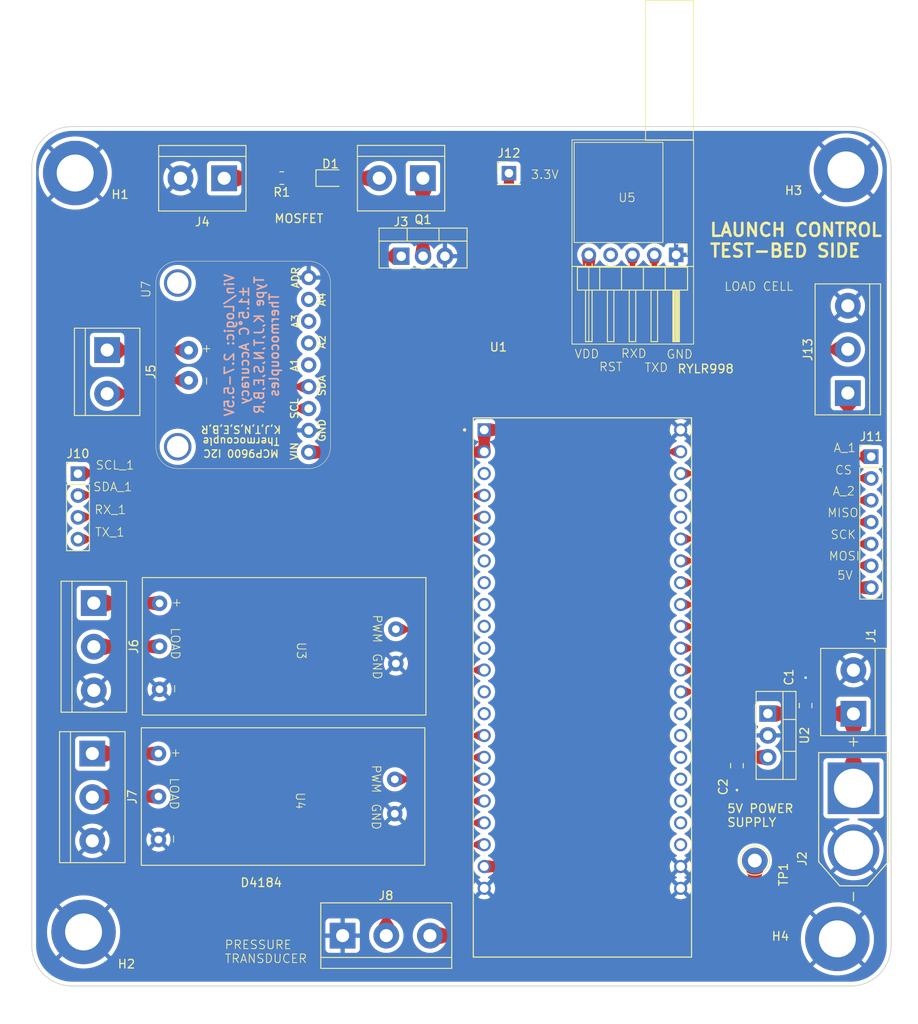
<source format=kicad_pcb>
(kicad_pcb (version 20240108) (generator "pcbnew") (generator_version "8.0")
  (layers (0 "F.Cu" signal) (31 "B.Cu" signal) (34 "B.Paste" user) (35 "F.Paste" user) (36 "B.SilkS" user "B.Silkscreen") (37 "F.SilkS" user "F.Silkscreen") (38 "B.Mask" user) (39 "F.Mask" user) (44 "Edge.Cuts" user))
  (net 0 "")
  (net 1 "MOS_IGN")
  (net 2 "Net-(J3-Pin_1)")
  (net 3 "GND")
  (net 4 "VI")
  (net 5 "5V")
  (net 6 "3.3V")
  (net 7 "SDA")
  (net 10 "SCL")
  (net 13 "Net-(D1-K)")
  (net 14 "Net-(D1-A)")
  (net 15 "Net-(J4-Pin_1)")
  (net 16 "LOAD -VE")
  (net 17 "LOAD +VE & BATTERY")
  (net 18 "PT")
  (net 19 "TX")
  (net 20 "PWM2")
  (net 27 "RX")
  (net 30 "PWM1")
  (net 35 "LOAD -VE_2")
  (net 36 "LOAD +VE & BATTERY_2")
  (net 38 "unconnected-(U1-GPIO3-PadJ1_13)")
  (net 39 "-")
  (net 40 "+")
  (net 45 "SCK")
  (net 46 "MOSI")
  (net 47 "MISO")
  (net 48 "A_2")
  (net 49 "CS")
  (net 50 "A_1")
  (net 51 "TX_1")
  (net 52 "RX_1")
  (net 53 "SDA_1")
  (net 54 "SCL_1")
  (net 55 "TX_LC")
  (net 56 "RX_LC")
  (footprint "Capacitor_SMD:C_0805_2012Metric" (layer "F.Cu") (at 182.528122 105.310726 -90)
    (property "Reference" "C1" (at -3.303493 1.936716 90) (layer "F.SilkS"))
    (property "Value" "330nF")
    (pad "1" smd roundrect (at -0.95 0 270) (size 1 1.45) (layers "F.Cu" "F.Paste" "F.Mask") (net 3 "GND"))
    (pad "2" smd roundrect (at 0.95 0 270) (size 1 1.45) (layers "F.Cu" "F.Paste" "F.Mask") (net 4 "VI"))
  )
  (footprint "TerminalBlock:TerminalBlock_bornier-3_P5.08mm" (layer "F.Cu") (at 128.648436 132.08)
    (property "Reference" "J8" (at 5.05 -4.65 360) (layer "F.SilkS"))
    (property "Value" "Screw_Terminal_01x03")
    (pad "1" thru_hole rect (at 0 0) (size 3 3) (drill 1.52) (layers "*.Cu" "*.Mask") (net 3 "GND"))
    (pad "2" thru_hole circle (at 5.08 0) (size 3 3) (drill 1.52) (layers "*.Cu" "*.Mask") (net 18 "PT"))
    (pad "3" thru_hole circle (at 10.16 0) (size 3 3) (drill 1.52) (layers "*.Cu" "*.Mask") (net 5 "5V"))
  )
  (footprint "TerminalBlock:TerminalBlock_bornier-2_P5.08mm" (layer "F.Cu") (at 188.089514 106.275625 90)
    (property "Reference" "J1" (at 9.080944 2.043322 90) (layer "F.SilkS"))
    (property "Value" "Screw_Terminal_01x02")
    (pad "1" thru_hole rect (at 0 0 90) (size 3 3) (drill 1.52) (layers "*.Cu" "*.Mask") (net 4 "VI"))
    (pad "2" thru_hole circle (at 5.08 0 90) (size 3 3) (drill 1.52) (layers "*.Cu" "*.Mask") (net 3 "GND"))
  )
  (footprint "launchcontrol:D4184" (layer "F.Cu") (at 123.217335 116.395852 -90)
    (property "Reference" "U4" (at 0 -0.5 -90) (layer "F.SilkS") (effects (font (thickness 0.1))))
    (property "Value" "~")
    (fp_text user "GND" (at 0.25 -8.75 -90) (layer "F.SilkS") (effects (font (thickness 0.1)) (justify left bottom)))
    (fp_text user "-" (at 3.75 14.75 -90) (layer "F.SilkS") (effects (font (thickness 0.1)) (justify left bottom)))
    (fp_text user "PWM" (at -4.25 -8.75 -90) (layer "F.SilkS") (effects (font (thickness 0.1)) (justify left bottom)))
    (fp_text user "LOAD" (at -2.75 14.75 -90) (layer "F.SilkS") (effects (font (thickness 0.1)) (justify left bottom)))
    (fp_text user "+" (at -6.25 14.5 -90) (layer "F.SilkS") (effects (font (thickness 0.1)) (justify left bottom)))
    (pad "1" thru_hole circle (at 1.5 -11.5 180) (size 1.8 1.8) (drill 0.9) (layers "*.Cu" "*.Mask") (net 3 "GND"))
    (pad "2" thru_hole circle (at -2.5 -11.5 180) (size 1.8 1.8) (drill 0.9) (layers "*.Cu" "*.Mask") (net 20 "PWM2"))
    (pad "3" thru_hole circle (at 4.5 16 180) (size 1.8 1.8) (drill 0.9) (layers "*.Cu" "*.Mask") (net 3 "GND"))
    (pad "4" thru_hole circle (at -0.5 16 180) (size 1.8 1.8) (drill 0.9) (layers "*.Cu" "*.Mask") (net 35 "LOAD -VE_2"))
    (pad "5" thru_hole circle (at -5.5 16 180) (size 1.8 1.8) (drill 0.9) (layers "*.Cu" "*.Mask") (net 36 "LOAD +VE & BATTERY_2"))
  )
  (footprint "launchcontrol:MCP9600" (layer "F.Cu") (at 98.074485 64.982884 90)
    (property "Reference" "U7" (at 8.103331 7.695574 90) (layer "F.SilkS") (effects (font (thickness 0.1))))
    (property "Value" "~")
    (fp_text user "Vin/Logic: 2.7-5.5V\n±1.5°C Accuracy\nType K,J,T,N,S,E,B,R\nThermocouples" (at 1.6069 20 90) (layer "B.SilkS") (effects (font (size 1.0795 1.0795) (thickness 0.1905)) (justify mirror)))
    (fp_text user "" (at -8.439 18.8766 180) (layer "F.SilkS") (effects (font (size 0.89408 0.89408) (thickness 0.12192))))
    (fp_text user "A3" (at 4.388 25.0996 90) (layer "F.SilkS") (effects (font (size 0.8636 0.8636) (thickness 0.1524))))
    (fp_text user "SDA" (at -3.105 28.1476 90) (layer "F.SilkS") (effects (font (size 0.8636 0.8636) (thickness 0.1524))))
    (fp_text user "ADR" (at 9.468 25.0996 90) (layer "F.SilkS") (effects (font (size 0.8636 0.8636) (thickness 0.1524))))
    (fp_text user "SCL" (at -5.772 24.9726 90) (layer "F.SilkS") (effects (font (size 0.8636 0.8636) (thickness 0.1524))))
    (fp_text user "GND" (at -8.312 28.1476 90) (layer "F.SilkS") (effects (font (size 0.8636 0.8636) (thickness 0.1524))))
    (fp_text user "VIN" (at -10.725 24.9726 90) (layer "F.SilkS") (effects (font (size 0.8636 0.8636) (thickness 0.1524))))
    (fp_text user "A4" (at 6.928 28.1476 90) (layer "F.SilkS") (effects (font (size 0.8636 0.8636) (thickness 0.1524))))
    (fp_text user "+" (at 0.5 15.25 90) (layer "F.SilkS") (effects (font (thickness 0.1)) (justify left bottom)))
    (fp_text user "A2" (at 1.975 28.1476 90) (layer "F.SilkS") (effects (font (size 0.8636 0.8636) (thickness 0.1524))))
    (fp_text user "-" (at -3.25 15.25 90) (layer "F.SilkS") (effects (font (thickness 0.1)) (justify left bottom)))
    (fp_text user "A1" (at -0.692 24.9726 90) (layer "F.SilkS") (effects (font (size 0.8636 0.8636) (thickness 0.1524))))
    (fp_text user "MCP9600 I2C\nThermocouple\nK,J,T,N,S,E,B,R" (at -9.582 18.7496 180) (layer "F.SilkS") (effects (font (size 0.8636 0.8636) (thickness 0.1524))))
    (pad "1" thru_hole circle (at 9.468 26.6236) (size 1.778 1.778) (drill 1) (layers "*.Cu" "*.Mask") (net 3 "GND"))
    (pad "2" thru_hole circle (at 6.928 26.6236) (size 1.778 1.778) (drill 1) (layers "*.Cu" "*.Mask"))
    (pad "3" thru_hole circle (at 4.388 26.6236) (size 1.778 1.778) (drill 1) (layers "*.Cu" "*.Mask"))
    (pad "4" thru_hole circle (at 1.848 26.6236) (size 1.778 1.778) (drill 1) (layers "*.Cu" "*.Mask"))
    (pad "5" thru_hole circle (at -0.692 26.6236) (size 1.778 1.778) (drill 1) (layers "*.Cu" "*.Mask"))
    (pad "6" thru_hole circle (at -3.232 26.6236) (size 1.778 1.778) (drill 1) (layers "*.Cu" "*.Mask") (net 7 "SDA"))
    (pad "7" thru_hole circle (at -5.772 26.6236) (size 1.778 1.778) (drill 1) (layers "*.Cu" "*.Mask") (net 10 "SCL"))
    (pad "8" thru_hole circle (at -8.312 26.6236) (size 1.778 1.778) (drill 1) (layers "*.Cu" "*.Mask") (net 3 "GND"))
    (pad "9" thru_hole circle (at -10.852 26.6236) (size 1.778 1.778) (drill 1) (layers "*.Cu" "*.Mask") (net 6 "3.3V"))
    (pad "10" thru_hole circle (at -2.492 12.6536 270) (size 2.1844 2.1844) (drill 1) (layers "*.Cu" "*.Mask") (net 39 "-"))
    (pad "11" thru_hole circle (at 1.008 12.6536 270) (size 2.1844 2.1844) (drill 1) (layers "*.Cu" "*.Mask") (net 40 "+"))
    (pad "P$1" thru_hole circle (at -10.217 11.3836 270) (size 3.2 3.2) (drill 2.5) (layers "*.Cu" "*.Mask"))
    (pad "P$1" thru_hole circle (at 8.833 11.3836 270) (size 3.2 3.2) (drill 2.5) (layers "*.Cu" "*.Mask"))
  )
  (footprint "MountingHole:MountingHole_4.3mm_M4_DIN965_Pad" (layer "F.Cu") (at 97.525 43.35)
    (property "Reference" "H1" (at 5.225 2.5 0) (layer "F.SilkS"))
    (property "Value" "MountingHole_Pad")
    (pad "1" thru_hole circle (at 0 0) (size 7.5 7.5) (drill 4.3) (layers "*.Cu" "*.Mask") (net 3 "GND"))
  )
  (footprint "Resistor_SMD:R_0805_2012Metric" (layer "F.Cu") (at 121.57 43.94 180)
    (property "Reference" "R1" (at 0 -1.65 360) (layer "F.SilkS"))
    (property "Value" "330")
    (pad "1" smd roundrect (at -0.9125 0 180) (size 1.025 1.4) (layers "F.Cu" "F.Paste" "F.Mask") (roundrect_rratio 0.243902) (net 13 "Net-(D1-K)"))
    (pad "2" smd roundrect (at 0.9125 0 180) (size 1.025 1.4) (layers "F.Cu" "F.Paste" "F.Mask") (roundrect_rratio 0.243902) (net 15 "Net-(J4-Pin_1)"))
  )
  (footprint "Connector_PinHeader_2.54mm:PinHeader_1x01_P2.54mm_Vertical" (layer "F.Cu") (at 148.001922 43.369983)
    (property "Reference" "J12" (at 0 -2.33 0) (layer "F.SilkS"))
    (property "Value" "Conn_01x01_Pin")
    (fp_text user "3.3V" (at 2.5 0.75 0) (layer "F.SilkS") (effects (font (thickness 0.1)) (justify left bottom)))
    (pad "1" thru_hole rect (at 0 0) (size 1.7 1.7) (drill 1) (layers "*.Cu" "*.Mask") (net 6 "3.3V"))
  )
  (footprint "Package_TO_SOT_THT:TO-220-3_Vertical" (layer "F.Cu") (at 178.137255 106.245117 -90)
    (property "Reference" "U2" (at 2.54 -4.27 90) (layer "F.SilkS"))
    (property "Value" "LM7805_TO220")
    (pad "1" thru_hole rect (at 0 0 270) (size 1.905 2) (drill 1.1) (layers "*.Cu" "*.Mask") (net 4 "VI"))
    (pad "2" thru_hole oval (at 2.54 0 270) (size 1.905 2) (drill 1.1) (layers "*.Cu" "*.Mask") (net 3 "GND"))
    (pad "3" thru_hole oval (at 5.08 0 270) (size 1.905 2) (drill 1.1) (layers "*.Cu" "*.Mask") (net 5 "5V"))
  )
  (footprint "LED_SMD:LED_0805_2012Metric" (layer "F.Cu") (at 127.23 43.94)
    (property "Reference" "D1" (at 0 -1.65 360) (layer "F.SilkS"))
    (property "Value" "LED")
    (pad "1" smd roundrect (at -0.9375 0) (size 0.975 1.4) (layers "F.Cu" "F.Paste" "F.Mask") (net 13 "Net-(D1-K)"))
    (pad "2" smd roundrect (at 0.9375 0) (size 0.975 1.4) (layers "F.Cu" "F.Paste" "F.Mask") (net 14 "Net-(D1-A)"))
  )
  (footprint "Package_TO_SOT_THT:TO-220-3_Vertical" (layer "F.Cu") (at 135.470094 53.031497)
    (property "Reference" "Q1" (at 2.54 -4.27 360) (layer "F.SilkS"))
    (property "Value" "IRLB8721PBF")
    (pad "1" thru_hole rect (at 0 0) (size 1.905 2) (drill 1.1) (layers "*.Cu" "*.Mask") (net 1 "MOS_IGN"))
    (pad "2" thru_hole oval (at 2.54 0) (size 1.905 2) (drill 1.1) (layers "*.Cu" "*.Mask") (net 2 "Net-(J3-Pin_1)"))
    (pad "3" thru_hole oval (at 5.08 0) (size 1.905 2) (drill 1.1) (layers "*.Cu" "*.Mask") (net 3 "GND"))
  )
  (footprint "TerminalBlock:TerminalBlock_bornier-2_P5.08mm" (layer "F.Cu") (at 114.86 43.96 180)
    (property "Reference" "J4" (at 2.54 -5.08 360) (layer "F.SilkS"))
    (property "Value" "Screw_Terminal_01x02")
    (pad "1" thru_hole rect (at 0 0 180) (size 3 3) (drill 1.52) (layers "*.Cu" "*.Mask") (net 15 "Net-(J4-Pin_1)"))
    (pad "2" thru_hole circle (at 5.08 0 180) (size 3 3) (drill 1.52) (layers "*.Cu" "*.Mask") (net 3 "GND"))
  )
  (footprint "TerminalBlock:TerminalBlock_bornier-3_P5.08mm" (layer "F.Cu") (at 99.692335 93.385852 -90)
    (property "Reference" "J6" (at 5.05 -4.65 90) (layer "F.SilkS"))
    (property "Value" "Screw_Terminal_01x03")
    (pad "1" thru_hole rect (at 0 0 270) (size 3 3) (drill 1.52) (layers "*.Cu" "*.Mask") (net 17 "LOAD +VE & BATTERY"))
    (pad "2" thru_hole circle (at 5.08 0 270) (size 3 3) (drill 1.52) (layers "*.Cu" "*.Mask") (net 16 "LOAD -VE"))
    (pad "3" thru_hole circle (at 10.16 0 270) (size 3 3) (drill 1.52) (layers "*.Cu" "*.Mask") (net 3 "GND"))
  )
  (footprint "MountingHole:MountingHole_4.3mm_M4_DIN965_Pad" (layer "F.Cu") (at 186.224459 132.459049)
    (property "Reference" "H4" (at -6.627408 -0.306241 0) (layer "F.SilkS"))
    (property "Value" "MountingHole_Pad")
    (pad "1" thru_hole circle (at 0 0) (size 7.5 7.5) (drill 4.3) (layers "*.Cu" "*.Mask") (net 3 "GND"))
  )
  (footprint "TerminalBlock:TerminalBlock_bornier-3_P5.08mm" (layer "F.Cu") (at 99.517335 110.890852 -90)
    (property "Reference" "J7" (at 5.05 -4.65 90) (layer "F.SilkS"))
    (property "Value" "Screw_Terminal_01x03")
    (pad "1" thru_hole rect (at 0 0 270) (size 3 3) (drill 1.52) (layers "*.Cu" "*.Mask") (net 36 "LOAD +VE & BATTERY_2"))
    (pad "2" thru_hole circle (at 5.08 0 270) (size 3 3) (drill 1.52) (layers "*.Cu" "*.Mask") (net 35 "LOAD -VE_2"))
    (pad "3" thru_hole circle (at 10.16 0 270) (size 3 3) (drill 1.52) (layers "*.Cu" "*.Mask") (net 3 "GND"))
  )
  (footprint "launchcontrol:XCVR_ESP32-S3-DEVKITC-1-N8R2" (layer "F.Cu") (at 156.55502 103.208634)
    (property "Reference" "U1" (at -9.775 -39.605 360) (layer "F.SilkS"))
    (property "Value" "ESP32-S3-DEVKITC-1-N8R2")
    (pad "J1_1" thru_hole rect (at -11.43 -29.97) (size 1.53 1.53) (drill 1.02) (layers "*.Cu" "*.Mask") (net 6 "3.3V"))
    (pad "J1_2" thru_hole circle (at -11.43 -27.43) (size 1.53 1.53) (drill 1.02) (layers "*.Cu" "*.Mask") (net 6 "3.3V"))
    (pad "J1_3" thru_hole circle (at -11.43 -24.89) (size 1.53 1.53) (drill 1.02) (layers "*.Cu" "*.Mask"))
    (pad "J1_4" thru_hole circle (at -11.43 -22.35) (size 1.53 1.53) (drill 1.02) (layers "*.Cu" "*.Mask") (net 10 "SCL"))
    (pad "J1_5" thru_hole circle (at -11.43 -19.81) (size 1.53 1.53) (drill 1.02) (layers "*.Cu" "*.Mask") (net 7 "SDA"))
    (pad "J1_6" thru_hole circle (at -11.43 -17.27) (size 1.53 1.53) (drill 1.02) (layers "*.Cu" "*.Mask") (net 1 "MOS_IGN"))
    (pad "J1_7" thru_hole circle (at -11.43 -14.73) (size 1.53 1.53) (drill 1.02) (layers "*.Cu" "*.Mask"))
    (pad "J1_8" thru_hole circle (at -11.43 -12.19) (size 1.53 1.53) (drill 1.02) (layers "*.Cu" "*.Mask"))
    (pad "J1_9" thru_hole circle (at -11.43 -9.65) (size 1.53 1.53) (drill 1.02) (layers "*.Cu" "*.Mask"))
    (pad "J1_10" thru_hole circle (at -11.43 -7.11) (size 1.53 1.53) (drill 1.02) (layers "*.Cu" "*.Mask"))
    (pad "J1_11" thru_hole circle (at -11.43 -4.57) (size 1.53 1.53) (drill 1.02) (layers "*.Cu" "*.Mask"))
    (pad "J1_12" thru_hole circle (at -11.43 -2.03) (size 1.53 1.53) (drill 1.02) (layers "*.Cu" "*.Mask") (net 54 "SCL_1"))
    (pad "J1_13" thru_hole circle (at -11.43 0.51) (size 1.53 1.53) (drill 1.02) (layers "*.Cu" "*.Mask") (net 38 "unconnected-(U1-GPIO3-PadJ1_13)"))
    (pad "J1_14" thru_hole circle (at -11.43 3.05) (size 1.53 1.53) (drill 1.02) (layers "*.Cu" "*.Mask"))
    (pad "J1_15" thru_hole circle (at -11.43 5.59) (size 1.53 1.53) (drill 1.02) (layers "*.Cu" "*.Mask") (net 53 "SDA_1"))
    (pad "J1_16" thru_hole circle (at -11.43 8.13) (size 1.53 1.53) (drill 1.02) (layers "*.Cu" "*.Mask") (net 52 "RX_1"))
    (pad "J1_17" thru_hole circle (at -11.43 10.67) (size 1.53 1.53) (drill 1.02) (layers "*.Cu" "*.Mask") (net 51 "TX_1"))
    (pad "J1_18" thru_hole circle (at -11.43 13.21) (size 1.53 1.53) (drill 1.02) (layers "*.Cu" "*.Mask") (net 30 "PWM1"))
    (pad "J1_19" thru_hole circle (at -11.43 15.75) (size 1.53 1.53) (drill 1.02) (layers "*.Cu" "*.Mask") (net 20 "PWM2"))
    (pad "J1_20" thru_hole circle (at -11.43 18.29) (size 1.53 1.53) (drill 1.02) (layers "*.Cu" "*.Mask") (net 18 "PT"))
    (pad "J1_21" thru_hole circle (at -11.43 20.83) (size 1.53 1.53) (drill 1.02) (layers "*.Cu" "*.Mask") (net 5 "5V"))
    (pad "J1_22" thru_hole circle (at -11.43 23.37) (size 1.53 1.53) (drill 1.02) (layers "*.Cu" "*.Mask") (net 3 "GND"))
    (pad "J3_1" thru_hole circle (at 11.43 -29.97) (size 1.53 1.53) (drill 1.02) (layers "*.Cu" "*.Mask") (net 3 "GND"))
    (pad "J3_2" thru_hole circle (at 11.43 -27.43) (size 1.53 1.53) (drill 1.02) (layers "*.Cu" "*.Mask") (net 27 "RX"))
    (pad "J3_3" thru_hole circle (at 11.43 -24.89) (size 1.53 1.53) (drill 1.02) (layers "*.Cu" "*.Mask") (net 19 "TX"))
    (pad "J3_4" thru_hole circle (at 11.43 -22.35) (size 1.53 1.53) (drill 1.02) (layers "*.Cu" "*.Mask"))
    (pad "J3_5" thru_hole circle (at 11.43 -19.81) (size 1.53 1.53) (drill 1.02) (layers "*.Cu" "*.Mask"))
    (pad "J3_6" thru_hole circle (at 11.43 -17.27) (size 1.53 1.53) (drill 1.02) (layers "*.Cu" "*.Mask") (net 55 "TX_LC"))
    (pad "J3_7" thru_hole circle (at 11.43 -14.73) (size 1.53 1.53) (drill 1.02) (layers "*.Cu" "*.Mask") (net 56 "RX_LC"))
    (pad "J3_8" thru_hole circle (at 11.43 -12.19) (size 1.53 1.53) (drill 1.02) (layers "*.Cu" "*.Mask") (net 50 "A_1"))
    (pad "J3_9" thru_hole circle (at 11.43 -9.65) (size 1.53 1.53) (drill 1.02) (layers "*.Cu" "*.Mask") (net 49 "CS"))
    (pad "J3_10" thru_hole circle (at 11.43 -7.11) (size 1.53 1.53) (drill 1.02) (layers "*.Cu" "*.Mask") (net 48 "A_2"))
    (pad "J3_11" thru_hole circle (at 11.43 -4.57) (size 1.53 1.53) (drill 1.02) (layers "*.Cu" "*.Mask") (net 47 "MISO"))
    (pad "J3_12" thru_hole circle (at 11.43 -2.03) (size 1.53 1.53) (drill 1.02) (layers "*.Cu" "*.Mask") (net 45 "SCK"))
    (pad "J3_13" thru_hole circle (at 11.43 0.51) (size 1.53 1.53) (drill 1.02) (layers "*.Cu" "*.Mask") (net 46 "MOSI"))
    (pad "J3_14" thru_hole circle (at 11.43 3.05) (size 1.53 1.53) (drill 1.02) (layers "*.Cu" "*.Mask"))
    (pad "J3_15" thru_hole circle (at 11.43 5.59) (size 1.53 1.53) (drill 1.02) (layers "*.Cu" "*.Mask"))
    (pad "J3_16" thru_hole circle (at 11.43 8.13) (size 1.53 1.53) (drill 1.02) (layers "*.Cu" "*.Mask"))
    (pad "J3_17" thru_hole circle (at 11.43 10.67) (size 1.53 1.53) (drill 1.02) (layers "*.Cu" "*.Mask"))
    (pad "J3_18" thru_hole circle (at 11.43 13.21) (size 1.53 1.53) (drill 1.02) (layers "*.Cu" "*.Mask"))
    (pad "J3_19" thru_hole circle (at 11.43 15.75) (size 1.53 1.53) (drill 1.02) (layers "*.Cu" "*.Mask"))
    (pad "J3_20" thru_hole circle (at 11.43 18.29) (size 1.53 1.53) (drill 1.02) (layers "*.Cu" "*.Mask"))
    (pad "J3_21" thru_hole circle (at 11.43 20.83) (size 1.53 1.53) (drill 1.02) (layers "*.Cu" "*.Mask") (net 3 "GND"))
    (pad "J3_22" thru_hole circle (at 11.43 23.37) (size 1.53 1.53) (drill 1.02) (layers "*.Cu" "*.Mask") (net 3 "GND"))
  )
  (footprint "launchcontrol:AMASS_XT60-M" (layer "F.Cu") (at 188.099498 118.537372 -90)
    (property "Reference" "J2" (at 4.585756 5.970714 90) (layer "F.SilkS"))
    (property "Value" "XT60-M")
    (pad "N" thru_hole circle (at 3.6 0 270) (size 6 6) (drill 4.55) (layers "*.Cu" "*.Mask") (net 3 "GND"))
    (pad "P" thru_hole rect (at -3.6 0 270) (size 6 6) (drill 4.55) (layers "*.Cu" "*.Mask") (net 4 "VI"))
  )
  (footprint "TerminalBlock:TerminalBlock_bornier-3_P5.08mm" (layer "F.Cu") (at 187.442107 68.953074 90)
    (property "Reference" "J13" (at 5.05 -4.65 90) (layer "F.SilkS"))
    (property "Value" "Screw_Terminal_01x03")
    (pad "1" thru_hole rect (at 0 0 90) (size 3 3) (drill 1.52) (layers "*.Cu" "*.Mask") (net 56 "RX_LC"))
    (pad "2" thru_hole circle (at 5.08 0 90) (size 3 3) (drill 1.52) (layers "*.Cu" "*.Mask") (net 55 "TX_LC"))
    (pad "3" thru_hole circle (at 10.16 0 90) (size 3 3) (drill 1.52) (layers "*.Cu" "*.Mask") (net 3 "GND"))
  )
  (footprint "launchcontrol:D4184" (layer "F.Cu") (at 123.342335 98.920852 -90)
    (property "Reference" "U3" (at 0 -0.5 -90) (layer "F.SilkS") (effects (font (thickness 0.1))))
    (property "Value" "~")
    (fp_text user "PWM" (at -4.25 -8.75 -90) (layer "F.SilkS") (effects (font (thickness 0.1)) (justify left bottom)))
    (fp_text user "-" (at 3.75 14.75 -90) (layer "F.SilkS") (effects (font (thickness 0.1)) (justify left bottom)))
    (fp_text user "+" (at -6.25 14.5 -90) (layer "F.SilkS") (effects (font (thickness 0.1)) (justify left bottom)))
    (fp_text user "LOAD" (at -2.75 14.75 -90) (layer "F.SilkS") (effects (font (thickness 0.1)) (justify left bottom)))
    (fp_text user "GND" (at 0.25 -8.75 -90) (layer "F.SilkS") (effects (font (thickness 0.1)) (justify left bottom)))
    (pad "1" thru_hole circle (at 1.5 -11.5 180) (size 1.8 1.8) (drill 0.9) (layers "*.Cu" "*.Mask") (net 3 "GND"))
    (pad "2" thru_hole circle (at -2.5 -11.5 180) (size 1.8 1.8) (drill 0.9) (layers "*.Cu" "*.Mask") (net 30 "PWM1"))
    (pad "3" thru_hole circle (at 4.5 16 180) (size 1.8 1.8) (drill 0.9) (layers "*.Cu" "*.Mask") (net 3 "GND"))
    (pad "4" thru_hole circle (at -0.5 16 180) (size 1.8 1.8) (drill 0.9) (layers "*.Cu" "*.Mask") (net 16 "LOAD -VE"))
    (pad "5" thru_hole circle (at -5.5 16 180) (size 1.8 1.8) (drill 0.9) (layers "*.Cu" "*.Mask") (net 17 "LOAD +VE & BATTERY"))
  )
  (footprint "Connector_PinHeader_2.54mm:PinHeader_1x04_P2.54mm_Vertical" (layer "F.Cu") (at 97.848272 78.335519)
    (property "Reference" "J10" (at 0 -2.33 0) (layer "F.SilkS"))
    (property "Value" "Conn_01x04_Pin")
    (fp_text user "SCL_1" (at 2.000887 -0.408458 0) (layer "F.SilkS") (effects (font (thickness 0.1)) (justify left bottom)))
    (fp_text user "TX_1" (at 1.929548 7.391286 0) (layer "F.SilkS") (effects (font (thickness 0.1)) (justify left bottom)))
    (fp_text user "RX_1" (at 1.858208 4.775518 0) (layer "F.SilkS") (effects (font (thickness 0.1)) (justify left bottom)))
    (fp_text user "SDA_1" (at 1.71553 2.112191 0) (layer "F.SilkS") (effects (font (thickness 0.1)) (justify left bottom)))
    (pad "1" thru_hole rect (at 0 0) (size 1.7 1.7) (drill 1) (layers "*.Cu" "*.Mask") (net 54 "SCL_1"))
    (pad "2" thru_hole oval (at 0 2.54) (size 1.7 1.7) (drill 1) (layers "*.Cu" "*.Mask") (net 53 "SDA_1"))
    (pad "3" thru_hole oval (at 0 5.08) (size 1.7 1.7) (drill 1) (layers "*.Cu" "*.Mask") (net 52 "RX_1"))
    (pad "4" thru_hole oval (at 0 7.62) (size 1.7 1.7) (drill 1) (layers "*.Cu" "*.Mask") (net 51 "TX_1"))
  )
  (footprint "Capacitor_SMD:C_0805_2012Metric" (layer "F.Cu") (at 174.533944 112.301743 90)
    (property "Reference" "C2" (at -2.469422 -1.599927 90) (layer "F.SilkS"))
    (property "Value" "100nF")
    (pad "1" smd roundrect (at -0.95 0 90) (size 1 1.45) (layers "F.Cu" "F.Paste" "F.Mask") (net 3 "GND"))
    (pad "2" smd roundrect (at 0.95 0 90) (size 1 1.45) (layers "F.Cu" "F.Paste" "F.Mask") (net 5 "5V"))
  )
  (footprint "launchcontrol:RYLR998" (layer "F.Cu") (at 161.74004 43.759534)
    (property "Reference" "U5" (at 0 2.46 0) (layer "F.SilkS") (effects (font (thickness 0.1))))
    (property "Value" "~")
    (fp_text user "GND" (at 4.54 21.26 0) (layer "F.SilkS") (effects (font (thickness 0.1)) (justify left bottom)))
    (fp_text user "VDD" (at -6.16 21.22 0) (layer "F.SilkS") (effects (font (thickness 0.1)) (justify left bottom)))
    (fp_text user "RST" (at -3.3 22.73 0) (layer "F.SilkS") (effects (font (thickness 0.1)) (justify left bottom)))
    (fp_text user "TXD" (at 1.99 22.81 0) (layer "F.SilkS") (effects (font (thickness 0.1)) (justify left bottom)))
    (fp_text user "RXD" (at -0.75 21.18 0) (layer "F.SilkS") (effects (font (thickness 0.1)) (justify left bottom)))
    (pad "1" thru_hole oval (at -4.44 9.11 270) (size 1.7 1.7) (drill 1) (layers "*.Cu" "*.Mask") (net 6 "3.3V"))
    (pad "2" thru_hole oval (at -1.9 9.11 270) (size 1.7 1.7) (drill 1) (layers "*.Cu" "*.Mask"))
    (pad "3" thru_hole oval (at 0.64 9.11 270) (size 1.7 1.7) (drill 1) (layers "*.Cu" "*.Mask") (net 27 "RX"))
    (pad "4" thru_hole oval (at 3.18 9.11 270) (size 1.7 1.7) (drill 1) (layers "*.Cu" "*.Mask") (net 19 "TX"))
    (pad "5" thru_hole rect (at 5.72 9.11 270) (size 1.7 1.7) (drill 1) (layers "*.Cu" "*.Mask") (net 3 "GND"))
  )
  (footprint "MountingHole:MountingHole_4.3mm_M4_DIN965_Pad" (layer "F.Cu") (at 187.227021 42.990475)
    (property "Reference" "H3" (at -6.1 2.4 0) (layer "F.SilkS"))
    (property "Value" "MountingHole_Pad")
    (pad "1" thru_hole circle (at 0 0) (size 7.5 7.5) (drill 4.3) (layers "*.Cu" "*.Mask") (net 3 "GND"))
  )
  (footprint "TerminalBlock:TerminalBlock_bornier-2_P5.08mm" (layer "F.Cu") (at 137.99 43.95 180)
    (property "Reference" "J3" (at 2.54 -5.08 360) (layer "F.SilkS"))
    (property "Value" "Screw_Terminal_01x02")
    (pad "1" thru_hole rect (at 0 0 180) (size 3 3) (drill 1.52) (layers "*.Cu" "*.Mask") (net 2 "Net-(J3-Pin_1)"))
    (pad "2" thru_hole circle (at 5.08 0 180) (size 3 3) (drill 1.52) (layers "*.Cu" "*.Mask") (net 14 "Net-(D1-A)"))
  )
  (footprint "TestPoint:TestPoint_Loop_D2.60mm_Drill1.6mm_Beaded" (layer "F.Cu") (at 176.613972 123.345656 90)
    (property "Reference" "TP1" (at -1.618266 3.332027 90) (layer "F.SilkS"))
    (property "Value" "TestPoint")
    (pad "1" thru_hole circle (at 0 0 90) (size 3 3) (drill 1.6) (layers "*.Cu" "*.Mask") (net 5 "5V"))
  )
  (footprint "TerminalBlock:TerminalBlock_bornier-2_P5.08mm" (layer "F.Cu") (at 101.243724 63.944477 -90)
    (property "Reference" "J5" (at 2.54 -5.08 90) (layer "F.SilkS"))
    (property "Value" "Screw_Terminal_01x02")
    (pad "1" thru_hole rect (at 0 0 270) (size 3 3) (drill 1.52) (layers "*.Cu" "*.Mask") (net 40 "+"))
    (pad "2" thru_hole circle (at 5.08 0 270) (size 3 3) (drill 1.52) (layers "*.Cu" "*.Mask") (net 39 "-"))
  )
  (footprint "MountingHole:MountingHole_4.3mm_M4_DIN965_Pad" (layer "F.Cu") (at 98.499798 131.650301)
    (property "Reference" "H2" (at 4.992493 3.739539 0) (layer "F.SilkS"))
    (property "Value" "MountingHole_Pad")
    (pad "1" thru_hole circle (at 0 0) (size 7.5 7.5) (drill 4.3) (layers "*.Cu" "*.Mask") (net 3 "GND"))
  )
  (footprint "Connector_PinHeader_2.54mm:PinHeader_1x07_P2.54mm_Vertical" (layer "F.Cu") (at 190.158885 76.351589)
    (property "Reference" "J11" (at 0 -2.33 0) (layer "F.SilkS"))
    (property "Value" "Conn_01x07_Pin")
    (fp_text user "MISO" (at -5.162491 7.116144 0) (layer "F.SilkS") (effects (font (thickness 0.1)) (justify left bottom)))
    (fp_text user "5V" (at -4.01512 14.395767 0) (layer "F.SilkS") (effects (font (thickness 0.1)) (justify left bottom)))
    (fp_text user "A_1" (at -4.42532 -0.452799 0) (layer "F.SilkS") (effects (font (thickness 0.1)) (justify left bottom)))
    (fp_text user "MOSI" (at -4.996033 12.148584 0) (layer "F.SilkS") (effects (font (thickness 0.1)) (justify left bottom)))
    (fp_text user "A_2" (at -4.544219 4.595495 0) (layer "F.SilkS") (effects (font (thickness 0.1)) (justify left bottom)))
    (fp_text user "CS" (at -4.258863 2.146185 0) (layer "F.SilkS") (effects (font (thickness 0.1)) (justify left bottom)))
    (fp_text user "SCK" (at -4.789943 9.659641 0) (layer "F.SilkS") (effects (font (thickness 0.1)) (justify left bottom)))
    (pad "1" thru_hole rect (at 0 0) (size 1.7 1.7) (drill 1) (layers "*.Cu" "*.Mask") (net 50 "A_1"))
    (pad "2" thru_hole oval (at 0 2.54) (size 1.7 1.7) (drill 1) (layers "*.Cu" "*.Mask") (net 49 "CS"))
    (pad "3" thru_hole oval (at 0 5.08) (size 1.7 1.7) (drill 1) (layers "*.Cu" "*.Mask") (net 48 "A_2"))
    (pad "4" thru_hole oval (at 0 7.62) (size 1.7 1.7) (drill 1) (layers "*.Cu" "*.Mask") (net 47 "MISO"))
    (pad "5" thru_hole oval (at 0 10.16) (size 1.7 1.7) (drill 1) (layers "*.Cu" "*.Mask") (net 45 "SCK"))
    (pad "6" thru_hole oval (at 0 12.7) (size 1.7 1.7) (drill 1) (layers "*.Cu" "*.Mask") (net 46 "MOSI"))
    (pad "7" thru_hole oval (at 0 15.24) (size 1.7 1.7) (drill 1) (layers "*.Cu" "*.Mask") (net 5 "5V"))
  )
  (gr_line (start 97.176259 37.944173) (end 187.776259 37.944173) (stroke (width 0.1)) (layer "Edge.Cuts"))
  (gr_arc (start 97.176259 137.944173) (mid 93.852893 136.567559) (end 92.476259 133.244173) (stroke (width 0.1)) (layer "Edge.Cuts"))
  (gr_line (start 192.476259 42.644173) (end 192.476259 133.244173) (stroke (width 0.1)) (layer "Edge.Cuts"))
  (gr_arc (start 192.476259 133.244173) (mid 191.099661 136.567575) (end 187.776259 137.944173) (stroke (width 0.1)) (layer "Edge.Cuts"))
  (gr_arc (start 92.476259 42.644173) (mid 93.852857 39.320771) (end 97.176259 37.944173) (stroke (width 0.1)) (layer "Edge.Cuts"))
  (gr_line (start 92.476259 133.244173) (end 92.476259 42.644173) (stroke (width 0.1)) (layer "Edge.Cuts"))
  (gr_line (start 187.776259 137.944173) (end 97.176259 137.944173) (stroke (width 0.1)) (layer "Edge.Cuts"))
  (gr_arc (start 187.776259 37.944173) (mid 191.099697 39.320755) (end 192.476259 42.644173) (stroke (width 0.1)) (layer "Edge.Cuts"))
  (gr_text "D4184" (at 116.672046 126.500999 0) (layer "F.SilkS") (effects (font (size 1 1)) (justify left bottom)))
  (gr_text "MOSFET" (at 120.631312 49.233152 0) (layer "F.SilkS") (effects (font (size 1 1)) (justify left bottom)))
  (gr_text "RYLR998" (at 167.538702 66.72233 0) (layer "F.SilkS") (effects (font (size 1 1)) (justify left bottom)))
  (gr_text "LAUNCH CONTROL\nTEST-BED SIDE" (at 171.24166 53.264511 0) (layer "F.SilkS") (effects (font (size 1.5 1.5) (thickness 0.3) (bold yes)) (justify left bottom)))
  (gr_text "5V POWER\nSUPPLY\n" (at 173.326662 119.493551 0) (layer "F.SilkS") (effects (font (size 1 1)) (justify left bottom)))
  (gr_text "PRESSURE \nTRANSDUCER\n" (at 114.868982 135.339909 0) (layer "F.SilkS") (effects (font (size 1 1) (thickness 0.1)) (justify left bottom)))
  (gr_text "LOAD CELL\n" (at 173.008448 57.131526 0) (layer "F.SilkS") (effects (font (size 1 1) (thickness 0.1)) (justify left bottom)))
  (segment (start 139.433038 82.776234) (end 142.595438 85.938634) (width 0.2) (layer "F.Cu") (net 1))
  (segment (start 120.662854 82.776234) (end 139.433038 82.776234) (width 0.2) (layer "F.Cu") (net 1))
  (segment (start 142.595438 85.938634) (end 145.12502 85.938634) (width 0.2) (layer "F.Cu") (net 1))
  (segment (start 121.876296 53.031497) (end 118.35166 56.556133) (width 0.2) (layer "F.Cu") (net 1))
  (segment (start 135.470094 53.031497) (end 121.876296 53.031497) (width 0.2) (layer "F.Cu") (net 1))
  (segment (start 118.35166 80.46504) (end 120.662854 82.776234) (width 0.2) (layer "F.Cu") (net 1))
  (segment (start 118.35166 56.556133) (end 118.35166 80.46504) (width 0.2) (layer "F.Cu") (net 1))
  (segment (start 137.99 43.95) (end 137.99 53.011403) (width 1.2) (layer "F.Cu") (net 2))
  (segment (start 137.99 53.011403) (end 138.010094 53.031497) (width 1.2) (layer "F.Cu") (net 2))
  (segment (start 174.533944 113.251743) (end 174.533944 115.143651) (width 1.2) (layer "F.Cu") (net 3))
  (segment (start 182.528122 104.360726) (end 182.528122 102.066854) (width 1.2) (layer "F.Cu") (net 3))
  (via (at 174.533944 115.143651) (size 0.6) (drill 0.3) (layers "F.Cu" "B.Cu") (net 3))
  (via (at 182.528122 102.066854) (size 0.6) (drill 0.3) (layers "F.Cu" "B.Cu") (net 3))
  (segment (start 187.41085 114.892442) (end 187.420834 114.902426) (width 1.2) (layer "F.Cu") (net 4))
  (segment (start 188.089514 106.275625) (end 188.089514 114.927388) (width 1.2) (layer "F.Cu") (net 4))
  (segment (start 182.512513 106.245117) (end 182.528122 106.260726) (width 1.2) (layer "F.Cu") (net 4))
  (segment (start 178.137255 106.245117) (end 182.512513 106.245117) (width 1.2) (layer "F.Cu") (net 4))
  (segment (start 188.089514 106.275625) (end 182.543021 106.275625) (width 1.2) (layer "F.Cu") (net 4))
  (segment (start 169.652417 132.08) (end 151.825712 132.08) (width 1.2) (layer "F.Cu") (net 5))
  (segment (start 174.533944 111.351743) (end 172.443013 111.351743) (width 1.2) (layer "F.Cu") (net 5))
  (segment (start 172.886457 132.08) (end 169.652417 132.08) (width 1.2) (layer "F.Cu") (net 5))
  (segment (start 171.282225 130.486759) (end 171.293216 130.486759) (width 1.2) (layer "F.Cu") (net 5))
  (segment (start 150.363922 126.464956) (end 150.363922 130.642648) (width 1.2) (layer "F.Cu") (net 5))
  (segment (start 171.282225 112.512531) (end 171.282225 110.463967) (width 1.2) (layer "F.Cu") (net 5))
  (segment (start 171.282225 107.404383) (end 187.095019 91.591589) (width 1.2) (layer "F.Cu") (net 5))
  (segment (start 171.293216 130.486759) (end 172.886457 132.08) (width 1.2) (layer "F.Cu") (net 5))
  (segment (start 171.245658 130.486759) (end 169.652417 132.08) (width 1.2) (layer "F.Cu") (net 5))
  (segment (start 171.282225 110.463967) (end 171.555237 110.463967) (width 1.2) (layer "F.Cu") (net 5))
  (segment (start 150.363922 130.656519) (end 148.940441 132.08) (width 1.2) (layer "F.Cu") (net 5))
  (segment (start 171.282225 112.512531) (end 171.282225 130.486759) (width 1.2) (layer "F.Cu") (net 5))
  (segment (start 174.56057 111.325117) (end 174.533944 111.351743) (width 1.2) (layer "F.Cu") (net 5))
  (segment (start 171.282225 110.463967) (end 171.282225 107.404383) (width 1.2) (layer "F.Cu") (net 5))
  (segment (start 172.443013 111.351743) (end 171.282225 112.512531) (width 1.2) (layer "F.Cu") (net 5))
  (segment (start 151.825712 132.08) (end 150.631443 132.08) (width 1.2) (layer "F.Cu") (net 5))
  (segment (start 178.137255 111.325117) (end 174.56057 111.325117) (width 1.2) (layer "F.Cu") (net 5))
  (segment (start 150.363922 131.812479) (end 150.631443 132.08) (width 1.2) (layer "F.Cu") (net 5))
  (segment (start 150.38836 130.642648) (end 151.825712 132.08) (width 1.2) (layer "F.Cu") (net 5))
  (segment (start 150.363922 130.642648) (end 150.363922 131.812479) (width 1.2) (layer "F.Cu") (net 5))
  (segment (start 187.095019 91.591589) (end 190.158885 91.591589) (width 1.2) (layer "F.Cu") (net 5))
  (segment (start 171.555237 110.463967) (end 172.443013 111.351743) (width 1.2) (layer "F.Cu") (net 5))
  (segment (start 150.363922 130.642648) (end 150.38836 130.642648) (width 1.2) (layer "F.Cu") (net 5))
  (segment (start 145.12502 124.038634) (end 147.9376 124.038634) (width 1.2) (layer "F.Cu") (net 5))
  (segment (start 150.363922 130.642648) (end 150.363922 130.656519) (width 1.2) (layer "F.Cu") (net 5))
  (segment (start 150.631443 132.08) (end 148.940441 132.08) (width 1.2) (layer "F.Cu") (net 5))
  (segment (start 171.282225 130.486759) (end 171.282225 132.08) (width 1.2) (layer "F.Cu") (net 5))
  (segment (start 148.940441 132.08) (end 138.808436 132.08) (width 1.2) (layer "F.Cu") (net 5))
  (segment (start 176.613972 123.345656) (end 176.613972 129.574228) (width 1.2) (layer "F.Cu") (net 5))
  (segment (start 147.9376 124.038634) (end 150.363922 126.464956) (width 1.2) (layer "F.Cu") (net 5))
  (segment (start 174.1082 132.08) (end 172.886457 132.08) (width 1.2) (layer "F.Cu") (net 5))
  (segment (start 171.293216 130.486759) (end 171.245658 130.486759) (width 1.2) (layer "F.Cu") (net 5))
  (segment (start 176.613972 129.574228) (end 174.1082 132.08) (width 1.2) (layer "F.Cu") (net 5))
  (segment (start 157.30004 52.869534) (end 157.30004 66.397025) (width 1.2) (layer "F.Cu") (net 6))
  (segment (start 138.788969 71.898725) (end 138.788969 74.280286) (width 1.2) (layer "F.Cu") (net 6))
  (segment (start 138.788969 74.280286) (end 138.788969 75.754628) (width 1.2) (layer "F.Cu") (net 6))
  (segment (start 150.458431 73.238634) (end 145.12502 73.238634) (width 1.2) (layer "F.Cu") (net 6))
  (segment (start 148.001922 62.685772) (end 138.788969 71.898725) (width 1.2) (layer "F.Cu") (net 6))
  (segment (start 138.788969 74.280286) (end 138.788969 74.760281) (width 1.2) (layer "F.Cu") (net 6))
  (segment (start 137.873391 75.834884) (end 137.714366 75.834884) (width 1.2) (layer "F.Cu") (net 6))
  (segment (start 124.698085 75.834884) (end 134.708635 75.834884) (width 1.2) (layer "F.Cu") (net 6))
  (segment (start 138.788969 75.754628) (end 138.708713 75.834884) (width 1.2) (layer "F.Cu") (net 6))
  (segment (start 148.001922 43.369983) (end 148.001922 62.685772) (width 1.2) (layer "F.Cu") (net 6))
  (segment (start 157.30004 66.397025) (end 150.458431 73.238634) (width 1.2) (layer "F.Cu") (net 6))
  (segment (start 145.06877 75.834884) (end 145.12502 75.778634) (width 1.2) (layer "F.Cu") (net 6))
  (segment (start 136.731965 75.834884) (end 137.873391 75.834884) (width 1.2) (layer "F.Cu") (net 6))
  (segment (start 138.708713 75.834884) (end 140.31087 75.834884) (width 1.2) (layer "F.Cu") (net 6))
  (segment (start 134.708635 75.834884) (end 136.731965 75.834884) (width 1.2) (layer "F.Cu") (net 6))
  (segment (start 138.788969 74.760281) (end 137.714366 75.834884) (width 1.2) (layer "F.Cu") (net 6))
  (segment (start 140.31087 75.834884) (end 145.06877 75.834884) (width 1.2) (layer "F.Cu") (net 6))
  (segment (start 138.788969 74.280286) (end 138.788969 74.312983) (width 1.2) (layer "F.Cu") (net 6))
  (segment (start 145.12502 73.238634) (end 145.12502 75.778634) (width 1.2) (layer "F.Cu") (net 6))
  (segment (start 138.788969 74.312983) (end 140.31087 75.834884) (width 1.2) (layer "F.Cu") (net 6))
  (segment (start 137.873391 75.834884) (end 138.708713 75.834884) (width 1.2) (layer "F.Cu") (net 6))
  (segment (start 121.78949 80.961214) (end 139.622509 80.961214) (width 0.2) (layer "F.Cu") (net 7))
  (segment (start 124.698085 68.214884) (end 122.323075 68.214884) (width 0.2) (layer "F.Cu") (net 7))
  (segment (start 120.358637 70.179322) (end 120.358637 79.530361) (width 0.2) (layer "F.Cu") (net 7))
  (segment (start 142.059929 83.398634) (end 145.12502 83.398634) (width 0.2) (layer "F.Cu") (net 7))
  (segment (start 120.358637 79.530361) (end 121.78949 80.961214) (width 0.2) (layer "F.Cu") (net 7))
  (segment (start 122.323075 68.214884) (end 120.358637 70.179322) (width 0.2) (layer "F.Cu") (net 7))
  (segment (start 139.622509 80.961214) (end 142.059929 83.398634) (width 0.2) (layer "F.Cu") (net 7))
  (segment (start 140.172604 79.101632) (end 141.929606 80.858634) (width 0.2) (layer "F.Cu") (net 10))
  (segment (start 123.204612 79.101632) (end 140.172604 79.101632) (width 0.2) (layer "F.Cu") (net 10))
  (segment (start 121.61879 71.219228) (end 121.61879 77.51581) (width 0.2) (layer "F.Cu") (net 10))
  (segment (start 121.61879 77.51581) (end 123.204612 79.101632) (width 0.2) (layer "F.Cu") (net 10))
  (segment (start 141.929606 80.858634) (end 145.12502 80.858634) (width 0.2) (layer "F.Cu") (net 10))
  (segment (start 122.083134 70.754884) (end 121.61879 71.219228) (width 0.2) (layer "F.Cu") (net 10))
  (segment (start 124.698085 70.754884) (end 122.083134 70.754884) (width 0.2) (layer "F.Cu") (net 10))
  (segment (start 126.2925 43.94) (end 122.4825 43.94) (width 1.2) (layer "F.Cu") (net 13))
  (segment (start 128.1775 43.95) (end 128.1675 43.94) (width 0.2) (layer "F.Cu") (net 14))
  (segment (start 132.91 43.95) (end 128.1775 43.95) (width 1.2) (layer "F.Cu") (net 14))
  (segment (start 114.88 43.94) (end 114.86 43.96) (width 0.2) (layer "F.Cu") (net 15))
  (segment (start 120.6575 43.94) (end 114.88 43.94) (width 1.2) (layer "F.Cu") (net 15))
  (segment (start 99.692335 98.465852) (end 107.297335 98.465852) (width 1.2) (layer "F.Cu") (net 16))
  (segment (start 99.692335 93.385852) (end 107.307335 93.385852) (width 1.2) (layer "F.Cu") (net 17))
  (segment (start 136.722844 121.498634) (end 145.12502 121.498634) (width 0.2) (layer "F.Cu") (net 18))
  (segment (start 133.728436 124.493042) (end 136.722844 121.498634) (width 0.2) (layer "F.Cu") (net 18))
  (segment (start 133.728436 132.669054) (end 133.728436 124.493042) (width 0.2) (layer "F.Cu") (net 18))
  (segment (start 164.92004 52.869534) (end 164.92004 65.670515) (width 0.2) (layer "F.Cu") (net 19))
  (segment (start 172.163883 72.914358) (end 172.163883 77.261379) (width 0.2) (layer "F.Cu") (net 19))
  (segment (start 164.92004 65.670515) (end 172.163883 72.914358) (width 0.2) (layer "F.Cu") (net 19))
  (segment (start 171.106628 78.318634) (end 167.98502 78.318634) (width 0.2) (layer "F.Cu") (net 19))
  (segment (start 172.163883 77.261379) (end 171.106628 78.318634) (width 0.2) (layer "F.Cu") (net 19))
  (segment (start 136.990151 113.895852) (end 142.052933 118.958634) (width 0.2) (layer "F.Cu") (net 20))
  (segment (start 142.052933 118.958634) (end 145.12502 118.958634) (width 0.2) (layer "F.Cu") (net 20))
  (segment (start 134.717335 113.895852) (end 136.990151 113.895852) (width 0.2) (layer "F.Cu") (net 20))
  (segment (start 168.008272 75.801886) (end 167.98502 75.778634) (width 0.2) (layer "F.Cu") (net 27))
  (segment (start 165.019902 75.778634) (end 167.98502 75.778634) (width 0.2) (layer "F.Cu") (net 27))
  (segment (start 162.38004 73.138772) (end 165.019902 75.778634) (width 0.2) (layer "F.Cu") (net 27))
  (segment (start 162.38004 52.869534) (end 162.38004 73.138772) (width 0.2) (layer "F.Cu") (net 27))
  (segment (start 137.16 97.070404) (end 137.16 112.55982) (width 0.2) (layer "F.Cu") (net 30))
  (segment (start 134.842335 96.420852) (end 136.510448 96.420852) (width 0.2) (layer "F.Cu") (net 30))
  (segment (start 141.018814 116.418634) (end 145.12502 116.418634) (width 0.2) (layer "F.Cu") (net 30))
  (segment (start 137.16 112.55982) (end 141.018814 116.418634) (width 0.2) (layer "F.Cu") (net 30))
  (segment (start 136.510448 96.420852) (end 137.16 97.070404) (width 0.2) (layer "F.Cu") (net 30))
  (segment (start 107.217335 115.895852) (end 99.592335 115.895852) (width 1.2) (layer "F.Cu") (net 35))
  (segment (start 99.517335 110.890852) (end 107.212335 110.890852) (width 1.2) (layer "F.Cu") (net 36))
  (segment (start 145.13502 103.728634) (end 145.12502 103.718634) (width 0.2) (layer "F.Cu") (net 38))
  (segment (start 110.728085 67.474884) (end 107.568138 67.474884) (width 0.2) (layer "F.Cu") (net 39))
  (segment (start 106.995085 68.047937) (end 106.002327 69.040695) (width 0.2) (layer "F.Cu") (net 39))
  (segment (start 101.243724 69.024477) (end 106.018545 69.024477) (width 0.2) (layer "F.Cu") (net 39))
  (segment (start 107.568138 67.474884) (end 106.995085 68.047937) (width 0.2) (layer "F.Cu") (net 39))
  (segment (start 110.728085 63.974884) (end 101.274131 63.974884) (width 0.2) (layer "F.Cu") (net 40))
  (segment (start 167.98502 101.178634) (end 171.204371 101.178634) (width 0.2) (layer "F.Cu") (net 45))
  (segment (start 185.871416 86.511589) (end 190.158885 86.511589) (width 0.2) (layer "F.Cu") (net 45))
  (segment (start 171.204371 101.178634) (end 185.871416 86.511589) (width 0.2) (layer "F.Cu") (net 45))
  (segment (start 167.98502 103.718634) (end 170.50152 103.718634) (width 0.2) (layer "F.Cu") (net 46))
  (segment (start 170.50152 103.718634) (end 185.240473 88.979681) (width 0.2) (layer "F.Cu") (net 46))
  (segment (start 190.086977 88.979681) (end 190.158885 89.051589) (width 0.2) (layer "F.Cu") (net 46))
  (segment (start 185.240473 88.979681) (end 190.086977 88.979681) (width 0.2) (layer "F.Cu") (net 46))
  (segment (start 182.946182 86.426182) (end 170.73373 98.638634) (width 0.2) (layer "F.Cu") (net 47))
  (segment (start 182.946182 86.426182) (end 185.400775 83.971589) (width 0.2) (layer "F.Cu") (net 47))
  (segment (start 185.400775 83.971589) (end 190.158885 83.971589) (width 0.2) (layer "F.Cu") (net 47))
  (segment (start 170.73373 98.638634) (end 167.98502 98.638634) (width 0.2) (layer "F.Cu") (net 47))
  (segment (start 167.98502 96.098634) (end 170.714182 96.098634) (width 0.2) (layer "F.Cu") (net 48))
  (segment (start 185.381227 81.431589) (end 190.158885 81.431589) (width 0.2) (layer "F.Cu") (net 48))
  (segment (start 170.714182 96.098634) (end 185.381227 81.431589) (width 0.2) (layer "F.Cu") (net 48))
  (segment (start 190.086977 78.819681) (end 190.158885 78.891589) (width 0.2) (layer "F.Cu") (net 49))
  (segment (start 170.665387 93.572464) (end 185.41817 78.819681) (width 0.2) (layer "F.Cu") (net 49))
  (segment (start 167.99885 93.572464) (end 170.665387 93.572464) (width 0.2) (layer "F.Cu") (net 49))
  (segment (start 167.98502 93.558634) (end 167.99885 93.572464) (width 0.2) (layer "F.Cu") (net 49))
  (segment (start 185.41817 78.819681) (end 190.086977 78.819681) (width 0.2) (layer "F.Cu") (net 49))
  (segment (start 185.639841 76.279681) (end 190.086977 76.279681) (width 0.2) (layer "F.Cu") (net 50))
  (segment (start 190.086977 76.279681) (end 190.158885 76.351589) (width 0.2) (layer "F.Cu") (net 50))
  (segment (start 170.900888 91.018634) (end 185.639841 76.279681) (width 0.2) (layer "F.Cu") (net 50))
  (segment (start 167.98502 91.018634) (end 170.900888 91.018634) (width 0.2) (layer "F.Cu") (net 50))
  (segment (start 136.325758 90.842277) (end 138.3643 92.880819) (width 0.2) (layer "F.Cu") (net 51))
  (segment (start 104.885546 90.842277) (end 136.325758 90.842277) (width 0.2) (layer "F.Cu") (net 51))
  (segment (start 145.107802 113.895852) (end 145.12502 113.878634) (width 0.2) (layer "F.Cu") (net 51))
  (segment (start 140.674892 113.878634) (end 145.12502 113.878634) (width 0.2) (layer "F.Cu") (net 51))
  (segment (start 138.3643 92.880819) (end 138.3643 111.568042) (width 0.2) (layer "F.Cu") (net 51))
  (segment (start 97.848272 85.955519) (end 99.998788 85.955519) (width 0.2) (layer "F.Cu") (net 51))
  (segment (start 138.3643 111.568042) (end 140.674892 113.878634) (width 0.2) (layer "F.Cu") (net 51))
  (segment (start 99.998788 85.955519) (end 104.885546 90.842277) (width 0.2) (layer "F.Cu") (net 51))
  (segment (start 136.803936 88.331842) (end 139.674862 91.202768) (width 0.2) (layer "F.Cu") (net 52))
  (segment (start 139.674862 110.22206) (end 140.791436 111.338634) (width 0.2) (layer "F.Cu") (net 52))
  (segment (start 97.93968 83.324111) (end 100.355994 83.324111) (width 0.2) (layer "F.Cu") (net 52))
  (segment (start 140.791436 111.338634) (end 145.12502 111.338634) (width 0.2) (layer "F.Cu") (net 52))
  (segment (start 97.848272 83.415519) (end 97.93968 83.324111) (width 0.2) (layer "F.Cu") (net 52))
  (segment (start 139.674862 91.202768) (end 139.674862 110.22206) (width 0.2) (layer "F.Cu") (net 52))
  (segment (start 100.355994 83.324111) (end 105.363725 88.331842) (width 0.2) (layer "F.Cu") (net 52))
  (segment (start 105.363725 88.331842) (end 136.803936 88.331842) (width 0.2) (layer "F.Cu") (net 52))
  (segment (start 142.132848 108.798634) (end 145.12502 108.798634) (width 0.2) (layer "F.Cu") (net 53))
  (segment (start 97.848272 80.875519) (end 97.93968 80.784111) (width 0.2) (layer "F.Cu") (net 53))
  (segment (start 97.93968 80.784111) (end 100.445974 80.784111) (width 0.2) (layer "F.Cu") (net 53))
  (segment (start 141.162528 107.828314) (end 142.132848 108.798634) (width 0.2) (layer "F.Cu") (net 53))
  (segment (start 100.445974 80.784111) (end 105.722359 86.060496) (width 0.2) (layer "F.Cu") (net 53))
  (segment (start 105.722359 86.060496) (end 137.401659 86.060496) (width 0.2) (layer "F.Cu") (net 53))
  (segment (start 141.162528 89.821365) (end 141.162528 107.828314) (width 0.2) (layer "F.Cu") (net 53))
  (segment (start 137.401659 86.060496) (end 141.162528 89.821365) (width 0.2) (layer "F.Cu") (net 53))
  (segment (start 97.93968 78.244111) (end 100.775042 78.244111) (width 0.2) (layer "F.Cu") (net 54))
  (segment (start 142.443096 88.033623) (end 142.443096 100.067773) (width 0.2) (layer "F.Cu") (net 54))
  (segment (start 143.553957 101.178634) (end 145.12502 101.178634) (width 0.2) (layer "F.Cu") (net 54))
  (segment (start 142.443096 100.067773) (end 143.553957 101.178634) (width 0.2) (layer "F.Cu") (net 54))
  (segment (start 145.10002 101.203634) (end 145.12502 101.178634) (width 0.2) (layer "F.Cu") (net 54))
  (segment (start 138.378582 83.969109) (end 142.443096 88.033623) (width 0.2) (layer "F.Cu") (net 54))
  (segment (start 100.775042 78.244111) (end 106.50004 83.969109) (width 0.2) (layer "F.Cu") (net 54))
  (segment (start 106.50004 83.969109) (end 138.378582 83.969109) (width 0.2) (layer "F.Cu") (net 54))
  (segment (start 97.848272 78.335519) (end 97.93968 78.244111) (width 0.2) (layer "F.Cu") (net 54))
  (segment (start 182.752064 73.358444) (end 170.392561 85.717947) (width 0.2) (layer "F.Cu") (net 55))
  (segment (start 168.008667 85.914987) (end 167.98502 85.938634) (width 0.2) (layer "F.Cu") (net 55))
  (segment (start 182.752064 65.172279) (end 182.752064 73.358444) (width 0.2) (layer "F.Cu") (net 55))
  (segment (start 169.750508 85.717947) (end 169.529821 85.938634) (width 0.2) (layer "F.Cu") (net 55))
  (segment (start 169.529821 85.938634) (end 167.98502 85.938634) (width 0.2) (layer "F.Cu") (net 55))
  (segment (start 170.392561 85.717947) (end 169.750508 85.717947) (width 0.2) (layer "F.Cu") (net 55))
  (segment (start 184.051269 63.873074) (end 182.752064 65.172279) (width 0.2) (layer "F.Cu") (net 55))
  (segment (start 187.442107 63.873074) (end 184.051269 63.873074) (width 0.2) (layer "F.Cu") (net 55))
  (segment (start 187.442107 68.953074) (end 187.442107 72.101597) (width 0.2) (layer "F.Cu") (net 56))
  (segment (start 187.442107 72.101597) (end 171.06507 88.478634) (width 0.2) (layer "F.Cu") (net 56))
  (segment (start 171.06507 88.478634) (end 167.98502 88.478634) (width 0.2) (layer "F.Cu") (net 56))
  (zone (net 3) (net_name "GND") (layer "B.Cu") (connect_pads (clearance 0.5)) (min_thickness 0.25) (fill yes (thermal_gap 0.5) (thermal_bridge_width 0.5))
    (polygon (pts (xy 89.7 33.95) (xy 88.775 142.375) (xy 195.615 142.375) (xy 195.09 34.775)))
  )
)
</source>
